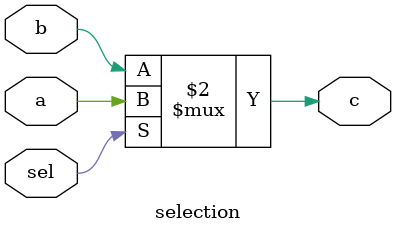
<source format=v>
module selection(
	input wire sel,
	input wire a,
	input wire b,
	output wire c
);

assign c = (sel == 1'b1 ? a : b);

endmodule
</source>
